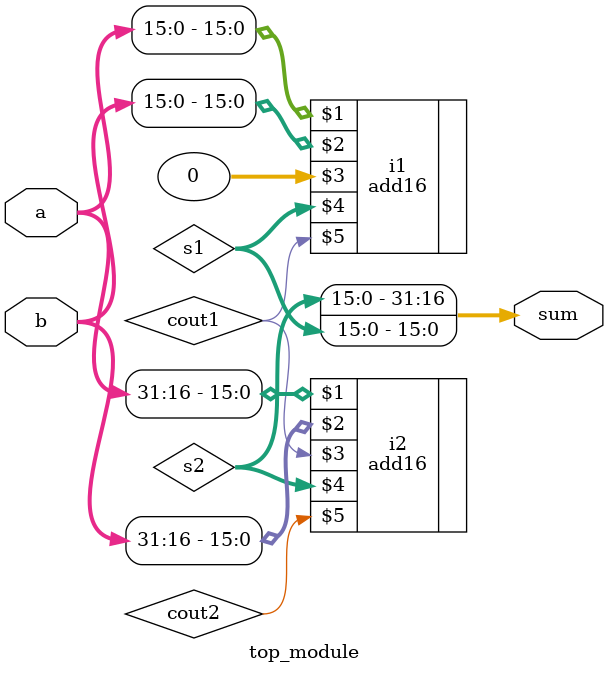
<source format=v>
module top_module(
    input [31:0] a,
    input [31:0] b,
    output [31:0] sum
);
    wire cout1,cout2;
    wire [15:0] s1,s2;
    add16 i1(a[15:0],b[15:0],0,s1,cout1);
    add16 i2(a[31:16],b[31:16],cout1,s2,cout2);
    assign sum ={s2,s1};

endmodule

</source>
